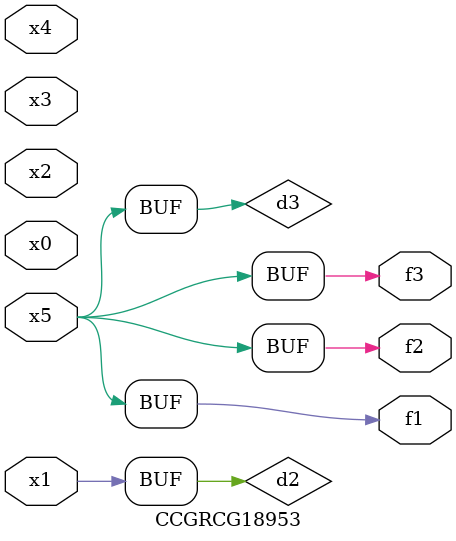
<source format=v>
module CCGRCG18953(
	input x0, x1, x2, x3, x4, x5,
	output f1, f2, f3
);

	wire d1, d2, d3;

	not (d1, x5);
	or (d2, x1);
	xnor (d3, d1);
	assign f1 = d3;
	assign f2 = d3;
	assign f3 = d3;
endmodule

</source>
